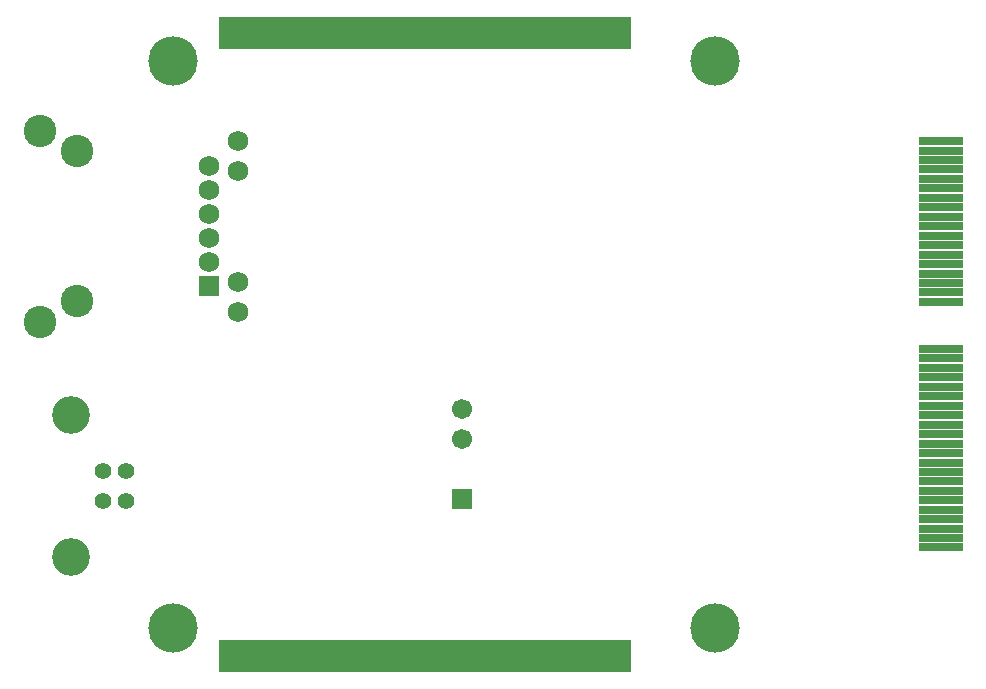
<source format=gbs>
G04 Layer_Color=16711935*
%FSLAX23Y23*%
%MOIN*%
G70*
G01*
G75*
%ADD30R,1.378X0.110*%
%ADD43R,0.146X0.030*%
%ADD44C,0.068*%
%ADD45R,0.068X0.068*%
%ADD46C,0.108*%
%ADD47C,0.055*%
%ADD48C,0.126*%
%ADD49C,0.165*%
%ADD50R,0.067X0.067*%
%ADD51C,0.067*%
D30*
X1433Y-1039D02*
D03*
Y1039D02*
D03*
D43*
X3150Y-677D02*
D03*
Y-646D02*
D03*
Y-614D02*
D03*
Y-583D02*
D03*
Y-551D02*
D03*
Y-520D02*
D03*
Y-488D02*
D03*
Y-457D02*
D03*
Y-425D02*
D03*
Y-394D02*
D03*
Y-362D02*
D03*
Y-331D02*
D03*
Y-299D02*
D03*
Y-268D02*
D03*
Y-236D02*
D03*
Y-205D02*
D03*
Y-173D02*
D03*
Y-142D02*
D03*
Y-110D02*
D03*
Y-79D02*
D03*
Y-47D02*
D03*
Y-16D02*
D03*
Y142D02*
D03*
Y173D02*
D03*
Y205D02*
D03*
Y236D02*
D03*
Y268D02*
D03*
Y299D02*
D03*
Y331D02*
D03*
Y362D02*
D03*
Y394D02*
D03*
Y425D02*
D03*
Y457D02*
D03*
Y488D02*
D03*
Y520D02*
D03*
Y551D02*
D03*
Y583D02*
D03*
Y614D02*
D03*
Y646D02*
D03*
Y677D02*
D03*
D44*
X712Y594D02*
D03*
Y514D02*
D03*
Y434D02*
D03*
Y354D02*
D03*
Y274D02*
D03*
X809Y109D02*
D03*
Y209D02*
D03*
Y578D02*
D03*
Y678D02*
D03*
D45*
X712Y194D02*
D03*
D46*
X272Y144D02*
D03*
X147Y76D02*
D03*
Y711D02*
D03*
X272Y644D02*
D03*
D47*
X436Y-423D02*
D03*
X357D02*
D03*
X436Y-522D02*
D03*
X357D02*
D03*
D48*
X251Y-235D02*
D03*
Y-709D02*
D03*
D49*
X591Y945D02*
D03*
X2397D02*
D03*
Y-945D02*
D03*
X591D02*
D03*
D50*
X1555Y-515D02*
D03*
D51*
Y-315D02*
D03*
Y-215D02*
D03*
M02*

</source>
